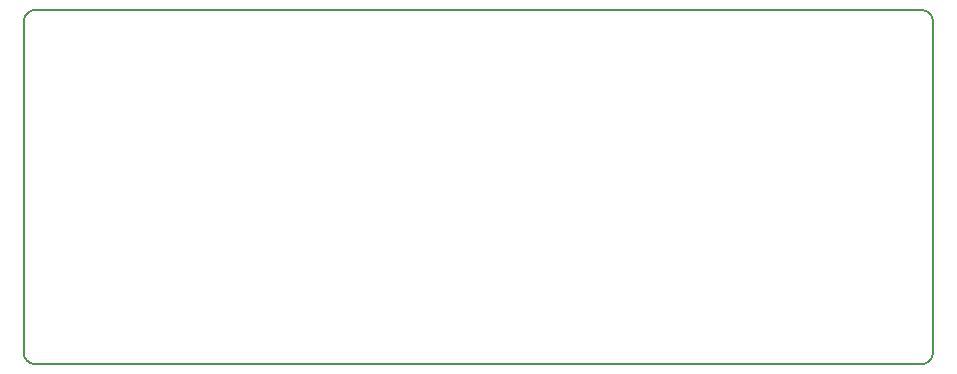
<source format=gm1>
G04 #@! TF.GenerationSoftware,KiCad,Pcbnew,7.0.2-6a45011f42~172~ubuntu20.04.1*
G04 #@! TF.CreationDate,2023-05-22T19:25:16+03:00*
G04 #@! TF.ProjectId,BLDC_4,424c4443-5f34-42e6-9b69-6361645f7063,rev?*
G04 #@! TF.SameCoordinates,PX40d9900PYa21fe80*
G04 #@! TF.FileFunction,Profile,NP*
%FSLAX46Y46*%
G04 Gerber Fmt 4.6, Leading zero omitted, Abs format (unit mm)*
G04 Created by KiCad (PCBNEW 7.0.2-6a45011f42~172~ubuntu20.04.1) date 2023-05-22 19:25:16*
%MOMM*%
%LPD*%
G01*
G04 APERTURE LIST*
G04 #@! TA.AperFunction,Profile*
%ADD10C,0.150000*%
G04 #@! TD*
G04 APERTURE END LIST*
D10*
X31000000Y120000000D02*
G75*
G03*
X30000000Y119000000I0J-1000000D01*
G01*
X30000000Y91000000D02*
G75*
G03*
X31000000Y90000000I1000000J0D01*
G01*
X106000000Y90000000D02*
X31000000Y90000000D01*
X31000000Y120000000D02*
X106000000Y120000000D01*
X106000000Y90000000D02*
G75*
G03*
X107000000Y91000000I0J1000000D01*
G01*
X107000000Y119000000D02*
G75*
G03*
X106000000Y120000000I-1000000J0D01*
G01*
X30000000Y91000000D02*
X30000000Y119000000D01*
X107000000Y119000000D02*
X107000000Y91000000D01*
M02*

</source>
